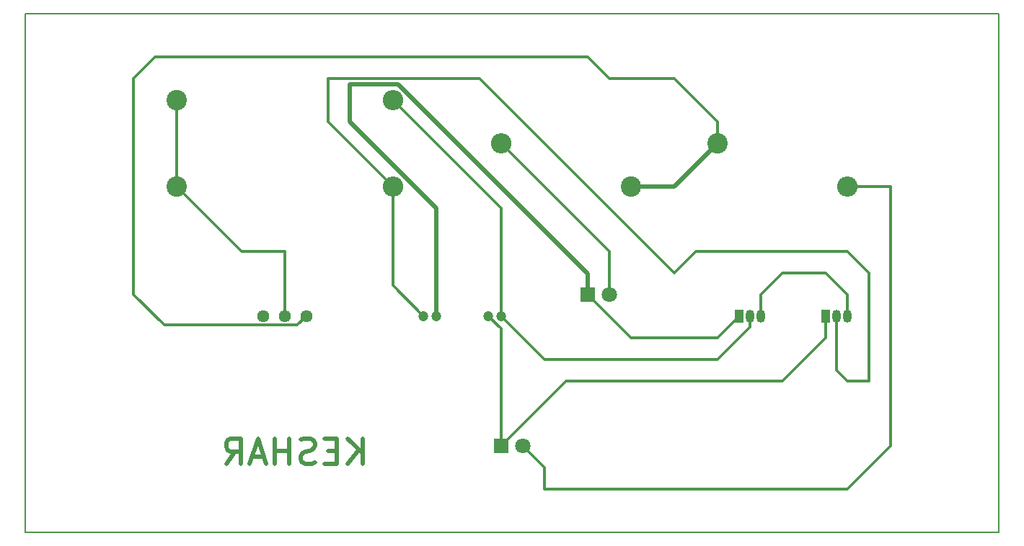
<source format=gbr>
%TF.GenerationSoftware,KiCad,Pcbnew,7.0.11+dfsg-1build4*%
%TF.CreationDate,2025-06-21T09:17:30+05:45*%
%TF.ProjectId,first,66697273-742e-46b6-9963-61645f706362,rev?*%
%TF.SameCoordinates,Original*%
%TF.FileFunction,Copper,L1,Top*%
%TF.FilePolarity,Positive*%
%FSLAX46Y46*%
G04 Gerber Fmt 4.6, Leading zero omitted, Abs format (unit mm)*
G04 Created by KiCad (PCBNEW 7.0.11+dfsg-1build4) date 2025-06-21 09:17:30*
%MOMM*%
%LPD*%
G01*
G04 APERTURE LIST*
%ADD10C,0.500000*%
%TA.AperFunction,NonConductor*%
%ADD11C,0.500000*%
%TD*%
%TA.AperFunction,NonConductor*%
%ADD12C,0.200000*%
%TD*%
%TA.AperFunction,ComponentPad*%
%ADD13C,2.400000*%
%TD*%
%TA.AperFunction,ComponentPad*%
%ADD14O,2.400000X2.400000*%
%TD*%
%TA.AperFunction,ComponentPad*%
%ADD15C,1.200000*%
%TD*%
%TA.AperFunction,ComponentPad*%
%ADD16R,1.050000X1.500000*%
%TD*%
%TA.AperFunction,ComponentPad*%
%ADD17O,1.050000X1.500000*%
%TD*%
%TA.AperFunction,ComponentPad*%
%ADD18C,1.440000*%
%TD*%
%TA.AperFunction,ComponentPad*%
%ADD19R,1.800000X1.800000*%
%TD*%
%TA.AperFunction,ComponentPad*%
%ADD20C,1.800000*%
%TD*%
%TA.AperFunction,Conductor*%
%ADD21C,0.500000*%
%TD*%
%TA.AperFunction,Conductor*%
%ADD22C,0.300000*%
%TD*%
G04 APERTURE END LIST*
D10*
D11*
X95476767Y-91046857D02*
X95476767Y-88046857D01*
X93762481Y-91046857D02*
X95048195Y-89332571D01*
X93762481Y-88046857D02*
X95476767Y-89761142D01*
X92476767Y-89475428D02*
X91476767Y-89475428D01*
X91048195Y-91046857D02*
X92476767Y-91046857D01*
X92476767Y-91046857D02*
X92476767Y-88046857D01*
X92476767Y-88046857D02*
X91048195Y-88046857D01*
X89905338Y-90904000D02*
X89476767Y-91046857D01*
X89476767Y-91046857D02*
X88762481Y-91046857D01*
X88762481Y-91046857D02*
X88476767Y-90904000D01*
X88476767Y-90904000D02*
X88333909Y-90761142D01*
X88333909Y-90761142D02*
X88191052Y-90475428D01*
X88191052Y-90475428D02*
X88191052Y-90189714D01*
X88191052Y-90189714D02*
X88333909Y-89904000D01*
X88333909Y-89904000D02*
X88476767Y-89761142D01*
X88476767Y-89761142D02*
X88762481Y-89618285D01*
X88762481Y-89618285D02*
X89333909Y-89475428D01*
X89333909Y-89475428D02*
X89619624Y-89332571D01*
X89619624Y-89332571D02*
X89762481Y-89189714D01*
X89762481Y-89189714D02*
X89905338Y-88904000D01*
X89905338Y-88904000D02*
X89905338Y-88618285D01*
X89905338Y-88618285D02*
X89762481Y-88332571D01*
X89762481Y-88332571D02*
X89619624Y-88189714D01*
X89619624Y-88189714D02*
X89333909Y-88046857D01*
X89333909Y-88046857D02*
X88619624Y-88046857D01*
X88619624Y-88046857D02*
X88191052Y-88189714D01*
X86905338Y-91046857D02*
X86905338Y-88046857D01*
X86905338Y-89475428D02*
X85191052Y-89475428D01*
X85191052Y-91046857D02*
X85191052Y-88046857D01*
X83905338Y-90189714D02*
X82476767Y-90189714D01*
X84191052Y-91046857D02*
X83191052Y-88046857D01*
X83191052Y-88046857D02*
X82191052Y-91046857D01*
X79476766Y-91046857D02*
X80476766Y-89618285D01*
X81191052Y-91046857D02*
X81191052Y-88046857D01*
X81191052Y-88046857D02*
X80048195Y-88046857D01*
X80048195Y-88046857D02*
X79762480Y-88189714D01*
X79762480Y-88189714D02*
X79619623Y-88332571D01*
X79619623Y-88332571D02*
X79476766Y-88618285D01*
X79476766Y-88618285D02*
X79476766Y-89046857D01*
X79476766Y-89046857D02*
X79619623Y-89332571D01*
X79619623Y-89332571D02*
X79762480Y-89475428D01*
X79762480Y-89475428D02*
X80048195Y-89618285D01*
X80048195Y-89618285D02*
X81191052Y-89618285D01*
D12*
X55880000Y-38100000D02*
X170180000Y-38100000D01*
X170180000Y-99060000D01*
X55880000Y-99060000D01*
X55880000Y-38100000D01*
D13*
%TO.P,R4,1*%
%TO.N,Net-(R3-Pad1)*%
X73660000Y-58420000D03*
D14*
%TO.P,R4,2*%
%TO.N,Net-(Q1-B)*%
X99060000Y-58420000D03*
%TD*%
D15*
%TO.P,C2,1*%
%TO.N,Net-(Q1-B)*%
X102640000Y-73660000D03*
%TO.P,C2,2*%
%TO.N,Net-(D2-K)*%
X104140000Y-73660000D03*
%TD*%
D16*
%TO.P,Q2,1,C*%
%TO.N,Net-(D2-K)*%
X139700000Y-73660000D03*
D17*
%TO.P,Q2,2,B*%
%TO.N,Net-(Q2-B)*%
X140970000Y-73660000D03*
%TO.P,Q2,3,E*%
%TO.N,GND*%
X142240000Y-73660000D03*
%TD*%
D13*
%TO.P,R2,1*%
%TO.N,VCC*%
X137160000Y-53340000D03*
D14*
%TO.P,R2,2*%
%TO.N,Net-(D2-A)*%
X111760000Y-53340000D03*
%TD*%
D16*
%TO.P,Q1,1,C*%
%TO.N,Net-(D1-K)*%
X149860000Y-73660000D03*
D17*
%TO.P,Q1,2,B*%
%TO.N,Net-(Q1-B)*%
X151130000Y-73660000D03*
%TO.P,Q1,3,E*%
%TO.N,GND*%
X152400000Y-73660000D03*
%TD*%
D13*
%TO.P,R1,1*%
%TO.N,VCC*%
X127000000Y-58420000D03*
D14*
%TO.P,R1,2*%
%TO.N,Net-(D1-A)*%
X152400000Y-58420000D03*
%TD*%
D18*
%TO.P,RV1,1,1*%
%TO.N,VCC*%
X88900000Y-73660000D03*
%TO.P,RV1,2,2*%
%TO.N,Net-(R3-Pad1)*%
X86360000Y-73660000D03*
%TO.P,RV1,3,3*%
%TO.N,unconnected-(RV1-Pad3)*%
X83820000Y-73660000D03*
%TD*%
D15*
%TO.P,C1,1*%
%TO.N,Net-(D1-K)*%
X110260000Y-73660000D03*
%TO.P,C1,2*%
%TO.N,Net-(Q2-B)*%
X111760000Y-73660000D03*
%TD*%
D19*
%TO.P,D2,1,K*%
%TO.N,Net-(D2-K)*%
X121920000Y-71120000D03*
D20*
%TO.P,D2,2,A*%
%TO.N,Net-(D2-A)*%
X124460000Y-71120000D03*
%TD*%
D13*
%TO.P,R3,1*%
%TO.N,Net-(R3-Pad1)*%
X73660000Y-48260000D03*
D14*
%TO.P,R3,2*%
%TO.N,Net-(Q2-B)*%
X99060000Y-48260000D03*
%TD*%
D19*
%TO.P,D1,1,K*%
%TO.N,Net-(D1-K)*%
X111760000Y-88900000D03*
D20*
%TO.P,D1,2,A*%
%TO.N,Net-(D1-A)*%
X114300000Y-88900000D03*
%TD*%
D21*
%TO.N,VCC*%
X127000000Y-58420000D02*
X132080000Y-58420000D01*
X132080000Y-58420000D02*
X137160000Y-53340000D01*
D22*
X124460000Y-45720000D02*
X132080000Y-45720000D01*
X121920000Y-43180000D02*
X124460000Y-45720000D01*
X132080000Y-45720000D02*
X137160000Y-50800000D01*
X137160000Y-50800000D02*
X137160000Y-53340000D01*
%TO.N,Net-(D1-K)*%
X111760000Y-75160000D02*
X110260000Y-73660000D01*
X149860000Y-76200000D02*
X149860000Y-73660000D01*
X119380000Y-81280000D02*
X144780000Y-81280000D01*
X144780000Y-81280000D02*
X149860000Y-76200000D01*
X111760000Y-88900000D02*
X119380000Y-81280000D01*
X111760000Y-88900000D02*
X111760000Y-75160000D01*
%TO.N,Net-(Q2-B)*%
X140970000Y-74930000D02*
X140970000Y-73660000D01*
X137160000Y-78740000D02*
X140970000Y-74930000D01*
X99060000Y-48260000D02*
X111760000Y-60960000D01*
X111760000Y-73660000D02*
X116840000Y-78740000D01*
X116840000Y-78740000D02*
X137160000Y-78740000D01*
X111760000Y-60960000D02*
X111760000Y-73660000D01*
%TO.N,Net-(Q1-B)*%
X132080000Y-68580000D02*
X109220000Y-45720000D01*
X154940000Y-81280000D02*
X154940000Y-68580000D01*
X151130000Y-73660000D02*
X151130000Y-80010000D01*
X151130000Y-80010000D02*
X152400000Y-81280000D01*
X152400000Y-81280000D02*
X154940000Y-81280000D01*
X91440000Y-45720000D02*
X91440000Y-50800000D01*
X91440000Y-50800000D02*
X99060000Y-58420000D01*
X152400000Y-66040000D02*
X134620000Y-66040000D01*
X154940000Y-68580000D02*
X152400000Y-66040000D01*
X99060000Y-58420000D02*
X99060000Y-70080000D01*
X134620000Y-66040000D02*
X132080000Y-68580000D01*
X99060000Y-70080000D02*
X102640000Y-73660000D01*
X109220000Y-45720000D02*
X91440000Y-45720000D01*
%TO.N,Net-(D2-K)*%
X127000000Y-76200000D02*
X137160000Y-76200000D01*
D21*
X104140000Y-73660000D02*
X104140000Y-60960000D01*
X99694874Y-46420000D02*
X121920000Y-68645126D01*
X104140000Y-60960000D02*
X93980000Y-50800000D01*
X93980000Y-50800000D02*
X93980000Y-46420000D01*
X121920000Y-68645126D02*
X121920000Y-71120000D01*
X93980000Y-46420000D02*
X99694874Y-46420000D01*
D22*
X121920000Y-71120000D02*
X127000000Y-76200000D01*
X137160000Y-76200000D02*
X139700000Y-73660000D01*
%TO.N,Net-(D1-A)*%
X152400000Y-58420000D02*
X157480000Y-58420000D01*
X157480000Y-88900000D02*
X152400000Y-93980000D01*
X152400000Y-93980000D02*
X116840000Y-93980000D01*
X116840000Y-91440000D02*
X114300000Y-88900000D01*
X157480000Y-58420000D02*
X157480000Y-88900000D01*
X116840000Y-93980000D02*
X116840000Y-91440000D01*
%TO.N,Net-(D2-A)*%
X111760000Y-53340000D02*
X124460000Y-66040000D01*
X124460000Y-66040000D02*
X124460000Y-71120000D01*
%TO.N,GND*%
X144780000Y-68580000D02*
X149860000Y-68580000D01*
X149860000Y-68580000D02*
X152400000Y-71120000D01*
X152400000Y-71120000D02*
X152400000Y-73660000D01*
X142240000Y-73660000D02*
X142240000Y-71120000D01*
X142240000Y-71120000D02*
X144780000Y-68580000D01*
%TO.N,VCC*%
X87830000Y-74730000D02*
X72190000Y-74730000D01*
X88900000Y-73660000D02*
X87830000Y-74730000D01*
X68580000Y-71120000D02*
X68580000Y-45720000D01*
X71120000Y-43180000D02*
X121920000Y-43180000D01*
X72190000Y-74730000D02*
X68580000Y-71120000D01*
X68580000Y-45720000D02*
X71120000Y-43180000D01*
%TO.N,Net-(R3-Pad1)*%
X81280000Y-66040000D02*
X86360000Y-66040000D01*
X73660000Y-58420000D02*
X81280000Y-66040000D01*
X86360000Y-66040000D02*
X86360000Y-73660000D01*
X73660000Y-48260000D02*
X73660000Y-58420000D01*
%TD*%
M02*

</source>
